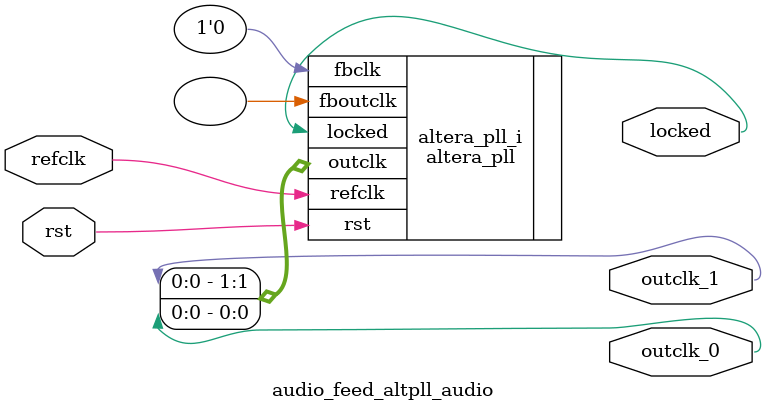
<source format=v>
`timescale 1ns/10ps
module  audio_feed_altpll_audio(

	// interface 'refclk'
	input wire refclk,

	// interface 'reset'
	input wire rst,

	// interface 'outclk0'
	output wire outclk_0,

	// interface 'outclk1'
	output wire outclk_1,

	// interface 'locked'
	output wire locked
);

	altera_pll #(
		.fractional_vco_multiplier("true"),
		.reference_clock_frequency("50.0 MHz"),
		.operation_mode("normal"),
		.number_of_clocks(2),
		.output_clock_frequency0("18.432000 MHz"),
		.phase_shift0("0 ps"),
		.duty_cycle0(50),
		.output_clock_frequency1("18.432000 MHz"),
		.phase_shift1("0 ps"),
		.duty_cycle1(50),
		.output_clock_frequency2("0 MHz"),
		.phase_shift2("0 ps"),
		.duty_cycle2(50),
		.output_clock_frequency3("0 MHz"),
		.phase_shift3("0 ps"),
		.duty_cycle3(50),
		.output_clock_frequency4("0 MHz"),
		.phase_shift4("0 ps"),
		.duty_cycle4(50),
		.output_clock_frequency5("0 MHz"),
		.phase_shift5("0 ps"),
		.duty_cycle5(50),
		.output_clock_frequency6("0 MHz"),
		.phase_shift6("0 ps"),
		.duty_cycle6(50),
		.output_clock_frequency7("0 MHz"),
		.phase_shift7("0 ps"),
		.duty_cycle7(50),
		.output_clock_frequency8("0 MHz"),
		.phase_shift8("0 ps"),
		.duty_cycle8(50),
		.output_clock_frequency9("0 MHz"),
		.phase_shift9("0 ps"),
		.duty_cycle9(50),
		.output_clock_frequency10("0 MHz"),
		.phase_shift10("0 ps"),
		.duty_cycle10(50),
		.output_clock_frequency11("0 MHz"),
		.phase_shift11("0 ps"),
		.duty_cycle11(50),
		.output_clock_frequency12("0 MHz"),
		.phase_shift12("0 ps"),
		.duty_cycle12(50),
		.output_clock_frequency13("0 MHz"),
		.phase_shift13("0 ps"),
		.duty_cycle13(50),
		.output_clock_frequency14("0 MHz"),
		.phase_shift14("0 ps"),
		.duty_cycle14(50),
		.output_clock_frequency15("0 MHz"),
		.phase_shift15("0 ps"),
		.duty_cycle15(50),
		.output_clock_frequency16("0 MHz"),
		.phase_shift16("0 ps"),
		.duty_cycle16(50),
		.output_clock_frequency17("0 MHz"),
		.phase_shift17("0 ps"),
		.duty_cycle17(50),
		.pll_type("General"),
		.pll_subtype("General")
	) altera_pll_i (
		.rst	(rst),
		.outclk	({outclk_1, outclk_0}),
		.locked	(locked),
		.fboutclk	( ),
		.fbclk	(1'b0),
		.refclk	(refclk)
	);
endmodule


</source>
